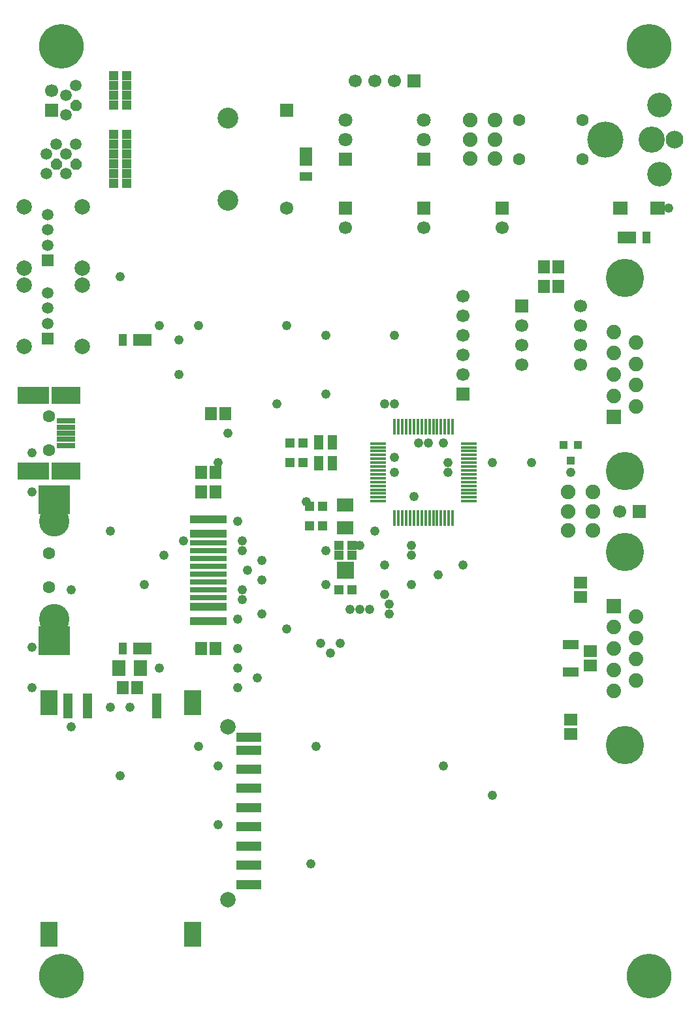
<source format=gbr>
G04 DipTrace 2.1.0.5*
%INTop Mask.gbr*%
%MOIN*%
%ADD10C,0.0098*%
%ADD11C,0.0055*%
%ADD12C,0.003*%
%ADD13C,0.05*%
%ADD14C,0.025*%
%ADD15C,0.01*%
%ADD16C,0.0125*%
%ADD17C,0.02*%
%ADD18C,0.1*%
%ADD19C,0.0013*%
%ADD20C,0.15*%
%ADD21C,0.0039*%
%ADD22R,0.0591X0.0591*%
%ADD23C,0.0591*%
%ADD24R,0.0433X0.0394*%
%ADD25R,0.0512X0.0591*%
%ADD26R,0.0591X0.0512*%
%ADD27R,0.0394X0.0433*%
%ADD28R,0.063X0.0709*%
%ADD29R,0.0886X0.0197*%
%ADD30R,0.1378X0.0807*%
%ADD31R,0.1535X0.0807*%
%ADD32C,0.0551*%
%ADD33C,0.0984*%
%ADD34R,0.0665X0.0665*%
%ADD35C,0.0665*%
%ADD36C,0.1874*%
%ADD37R,0.0748X0.0394*%
%ADD38R,0.0866X0.0551*%
%ADD39R,0.0354X0.0551*%
%ADD40C,0.0591*%
%ADD41C,0.0512*%
%ADD42R,0.1181X0.0433*%
%ADD43R,0.0787X0.1181*%
%ADD44R,0.0394X0.1181*%
%ADD45C,0.0709*%
%ADD46R,0.063X0.063*%
%ADD47C,0.063*%
%ADD48C,0.0142*%
%ADD49R,0.0315X0.0217*%
%ADD50C,0.06*%
%ADD51C,0.0669*%
%ADD52R,0.0512X0.0512*%
%ADD53C,0.0709*%
%ADD54R,0.0315X0.0512*%
%ADD55R,0.0512X0.0315*%
%ADD56R,0.0512X0.0236*%
%ADD57R,0.0138X0.0571*%
%ADD58C,0.0197*%
%ADD59R,0.0748X0.0098*%
%ADD60R,0.0098X0.0748*%
%ADD61R,0.0315X0.0354*%
%ADD62R,0.0669X0.0598*%
%ADD63C,0.0827*%
%ADD64C,0.1181*%
%ADD65C,0.126*%
%ADD66C,0.1772*%
%ADD67R,0.0394X0.0669*%
%ADD68R,0.0098X0.0472*%
%ADD69R,0.0472X0.0098*%
%ADD70R,0.0787X0.0787*%
%ADD71R,0.1811X0.0197*%
%ADD72R,0.1811X0.0315*%
%ADD73R,0.1535X0.1378*%
%ADD74C,0.1476*%
%ADD75R,0.0669X0.0394*%
%ADD76R,0.0394X0.0472*%
%ADD77C,0.22*%
%ADD78C,0.04*%
%ADD79C,0.0191*%
%ADD80C,0.0394*%
%ADD81C,0.0354*%
%ADD82C,0.0429*%
%ADD83C,0.1283*%
%ADD84C,0.038*%
%ADD85C,0.0315*%
%ADD86C,0.0276*%
%ADD87C,0.063*%
%ADD88C,0.0906*%
%ADD89C,0.1181*%
%ADD90C,0.128*%
%ADD91C,0.13*%
%ADD92C,0.0079*%
%ADD93C,0.0479*%
%ADD94C,0.0321*%
%ADD95C,0.2279*%
%ADD96C,0.2121*%
%ADD97R,0.0472X0.0551*%
%ADD98R,0.0315X0.0394*%
%ADD99R,0.0748X0.0472*%
%ADD100R,0.0591X0.0315*%
%ADD101C,0.1555*%
%ADD102C,0.1398*%
%ADD103R,0.1614X0.1457*%
%ADD104R,0.1457X0.1299*%
%ADD105R,0.189X0.0394*%
%ADD106R,0.1732X0.0236*%
%ADD107R,0.189X0.0276*%
%ADD108R,0.1732X0.0118*%
%ADD109R,0.0866X0.0866*%
%ADD110R,0.0709X0.0709*%
%ADD111R,0.0551X0.0177*%
%ADD112R,0.0394X0.002*%
%ADD113R,0.0177X0.0551*%
%ADD114R,0.002X0.0394*%
%ADD115R,0.0472X0.0748*%
%ADD116R,0.0315X0.0591*%
%ADD117C,0.185*%
%ADD118C,0.1693*%
%ADD119C,0.1339*%
%ADD120C,0.1102*%
%ADD121C,0.0906*%
%ADD122C,0.0748*%
%ADD123R,0.0748X0.0677*%
%ADD124R,0.0591X0.052*%
%ADD125R,0.0236X0.0276*%
%ADD126R,0.0177X0.0827*%
%ADD127R,0.002X0.0669*%
%ADD128R,0.0827X0.0177*%
%ADD129R,0.0669X0.002*%
%ADD130R,0.0217X0.065*%
%ADD131R,0.0059X0.0492*%
%ADD132R,0.0433X0.0157*%
%ADD133R,0.0591X0.0394*%
%ADD134R,0.0433X0.0236*%
%ADD135R,0.0394X0.0591*%
%ADD136R,0.0236X0.0433*%
%ADD137C,0.0787*%
%ADD138R,0.0433X0.0433*%
%ADD139C,0.0748*%
%ADD140C,0.0679*%
%ADD141C,0.0521*%
%ADD142R,0.0394X0.0295*%
%ADD143R,0.0236X0.0138*%
%ADD144R,0.0551X0.0551*%
%ADD145C,0.0787*%
%ADD146R,0.0472X0.126*%
%ADD147R,0.0315X0.1102*%
%ADD148R,0.0866X0.126*%
%ADD149R,0.0709X0.1102*%
%ADD150R,0.126X0.0512*%
%ADD151R,0.1102X0.0354*%
%ADD152C,0.0433*%
%ADD153C,0.0669*%
%ADD154C,0.0512*%
%ADD155R,0.0433X0.063*%
%ADD156R,0.0276X0.0472*%
%ADD157R,0.0945X0.063*%
%ADD158R,0.0787X0.0472*%
%ADD159R,0.0827X0.0472*%
%ADD160R,0.0669X0.0315*%
%ADD161C,0.1953*%
%ADD162C,0.1795*%
%ADD163C,0.0744*%
%ADD164C,0.0587*%
%ADD165R,0.0744X0.0744*%
%ADD166R,0.0587X0.0587*%
%ADD167C,0.1063*%
%ADD168C,0.0472*%
%ADD169R,0.1614X0.0886*%
%ADD170R,0.1457X0.0728*%
%ADD171R,0.1457X0.0886*%
%ADD172R,0.1299X0.0728*%
%ADD173R,0.0965X0.0276*%
%ADD174R,0.0807X0.0118*%
%ADD175R,0.0709X0.0787*%
%ADD176R,0.0551X0.063*%
%ADD177R,0.0472X0.0512*%
%ADD178R,0.0669X0.0591*%
%ADD179R,0.0512X0.0433*%
%ADD180R,0.0591X0.0669*%
%ADD181R,0.0433X0.0512*%
%ADD182R,0.0512X0.0472*%
%ADD183R,0.0354X0.0315*%
%ADD184R,0.0669X0.0669*%
%ADD185C,0.0093*%
%ADD186C,0.0077*%
%ADD187C,0.0154*%
%ADD188C,0.0062*%
%ADD189C,0.0124*%
%FSLAX44Y44*%
%SFA1B1*%
%OFA0B0*%
G04*
G70*
G90*
G75*
G01*
%LNTopMask*%
%LPD*%
D93*
X19000Y22250D3*
X5500Y37000D3*
Y11500D3*
X13500Y30500D3*
X16000Y34000D3*
X22250Y27500D3*
X22000Y28500D3*
X19500Y27750D3*
X16000Y31000D3*
X20750Y28500D3*
X14000Y19000D3*
X1000Y16000D3*
Y26000D3*
Y18067D3*
X9500Y13000D3*
X11500Y16000D3*
X5000Y24000D3*
X23000Y22250D3*
X19000D3*
X8500Y32000D3*
Y33750D3*
X26500Y27500D3*
X24500D3*
X19000Y30500D3*
X19500D3*
X8750Y23500D3*
X18500Y24000D3*
X28500Y27000D3*
X3000Y14000D3*
X7500Y17000D3*
X22250Y27000D3*
X21250Y28500D3*
X19500Y27000D3*
X10500Y9000D3*
Y12000D3*
X1000Y28000D3*
X11500Y18000D3*
X12500Y16500D3*
X15000Y25500D3*
X33500Y40500D3*
X14165Y27500D3*
X10500D3*
X3000Y21000D3*
X20375Y21250D3*
X11500Y19500D3*
Y24500D3*
X18250Y20000D3*
X19000Y20750D3*
X17250Y20000D3*
X17750D3*
X20375Y22750D3*
Y23250D3*
X21750Y21750D3*
X11750Y23000D3*
Y23500D3*
X16250Y17750D3*
X15750Y18250D3*
X16750D3*
X11750Y20500D3*
Y21000D3*
X12750Y21500D3*
Y22500D3*
X12000Y22000D3*
X12750Y19750D3*
Y21500D3*
X12000Y22000D3*
X16000Y23000D3*
Y21250D3*
X17750Y23250D3*
X7500Y34500D3*
X9500D3*
X14000D3*
X19500Y34000D3*
X11000Y29000D3*
X6750Y21250D3*
X11000Y29000D3*
X6000Y15000D3*
X15250Y7000D3*
X22000Y12000D3*
X24500Y10500D3*
X15500Y13000D3*
X5000Y15000D3*
X19250Y20250D3*
X11500Y17000D3*
X19250Y19750D3*
X7755Y22750D3*
X20500Y25750D3*
D184*
X17000Y40492D3*
D51*
Y39508D3*
D184*
X21000Y40492D3*
D51*
Y39508D3*
D184*
X25000Y40492D3*
D51*
Y39508D3*
D182*
X15165Y24250D3*
X15835D3*
X15165Y25250D3*
X15835D3*
D180*
X5626Y16000D3*
X6374D3*
D182*
X14165Y28500D3*
X14835D3*
X14165Y27500D3*
X14835D3*
D173*
X2750Y29630D3*
Y29000D3*
Y29315D3*
Y28685D3*
D171*
Y27061D3*
Y30939D3*
D169*
X1077D3*
Y27061D3*
D173*
X2750Y28370D3*
D47*
X1875Y29866D3*
Y28134D3*
D167*
X11000Y45087D3*
Y40913D3*
D175*
X5449Y17000D3*
X6551D3*
D165*
X30711Y20181D3*
D163*
Y19091D3*
Y18000D3*
Y16909D3*
Y15819D3*
X31829Y19636D3*
Y18545D3*
Y17455D3*
Y16364D3*
D161*
X31270Y22919D3*
Y13081D3*
D165*
X30711Y29819D3*
D163*
Y30909D3*
Y32000D3*
Y33091D3*
Y34181D3*
X31829Y30364D3*
Y31455D3*
Y32545D3*
Y33636D3*
D161*
X31270Y36919D3*
Y27081D3*
D159*
X28500Y18209D3*
Y16791D3*
D157*
X6630Y18000D3*
D155*
X5626D3*
G36*
X14685Y42657D2*
Y43602D1*
X15315D1*
Y42657D1*
X14685D1*
G37*
G36*
Y41909D2*
Y42343D1*
X15315D1*
Y41909D1*
X14685D1*
G37*
D157*
X31370Y39000D3*
D155*
X32374D3*
D184*
X2000Y45500D3*
D153*
Y46500D3*
D23*
X2750Y45250D3*
G36*
X3526Y45865D2*
Y45636D1*
X3364Y45475D1*
X3136D1*
X2974Y45636D1*
Y45865D1*
X3136Y46026D1*
X3364D1*
X3526Y45865D1*
G37*
D23*
X2750Y46250D3*
X3250Y46750D3*
X2750Y42250D3*
G36*
X3526Y42865D2*
Y42636D1*
X3364Y42475D1*
X3136D1*
X2974Y42636D1*
Y42865D1*
X3136Y43026D1*
X3364D1*
X3526Y42865D1*
G37*
D23*
X2750Y43250D3*
X3250Y43750D3*
X1750Y42250D3*
G36*
X2526Y42865D2*
Y42636D1*
X2364Y42475D1*
X2136D1*
X1974Y42636D1*
Y42865D1*
X2136Y43026D1*
X2364D1*
X2526Y42865D1*
G37*
D23*
X1750Y43250D3*
X2250Y43750D3*
D47*
X1875Y21134D3*
Y22866D3*
D150*
X12063Y13469D3*
Y12799D3*
Y11844D3*
Y10860D3*
Y9876D3*
Y8892D3*
Y7907D3*
Y6923D3*
Y5939D3*
D148*
X9209Y15220D3*
Y3409D3*
D146*
X7378Y15063D3*
X3854D3*
X2831D3*
D148*
X1866Y15220D3*
Y3409D3*
D145*
X11000Y14000D3*
Y5181D3*
D184*
X23000Y31000D3*
D51*
Y32000D3*
Y33000D3*
Y34000D3*
Y35000D3*
Y36000D3*
D110*
X21000Y43000D3*
D45*
Y44000D3*
Y45000D3*
D110*
X17000Y43000D3*
D45*
Y44000D3*
Y45000D3*
D184*
X26000Y35500D3*
D153*
Y34500D3*
Y33500D3*
Y32500D3*
X29000D3*
Y33500D3*
Y34500D3*
Y35500D3*
D180*
X9626Y26000D3*
X10374D3*
D178*
X29000Y20626D3*
Y21374D3*
D182*
X5835Y47250D3*
X5165D3*
D140*
X14000Y40500D3*
G36*
X14339Y45839D2*
Y45161D1*
X13661D1*
Y45839D1*
X14339D1*
G37*
D182*
X5835Y43250D3*
X5165D3*
X5835Y45750D3*
X5165D3*
D178*
X28500Y14374D3*
Y13626D3*
X29500Y17874D3*
Y17126D3*
D182*
X5835Y43750D3*
X5165D3*
X5835Y44250D3*
X5165D3*
X5835Y42750D3*
X5165D3*
X5835Y46250D3*
X5165D3*
X5835Y46750D3*
X5165D3*
X5835Y42250D3*
X5165D3*
X5835Y41750D3*
X5165D3*
D180*
X27126Y36500D3*
X27874D3*
X27126Y37500D3*
X27874D3*
X10126Y30000D3*
X10874D3*
D139*
X28370Y24016D3*
Y25000D3*
Y25984D3*
X29630D3*
Y25000D3*
Y24016D3*
D23*
X1800Y40181D3*
Y39394D3*
Y38606D3*
D22*
Y37819D3*
D137*
X619Y40575D3*
X3572D3*
X619Y37425D3*
X3572D3*
D23*
X1800Y36181D3*
Y35394D3*
Y34606D3*
D22*
Y33819D3*
D137*
X619Y36575D3*
X3572D3*
X619Y33425D3*
X3572D3*
G36*
X17413Y24514D2*
Y23844D1*
X16587D1*
Y24514D1*
X17413D1*
G37*
G36*
Y25656D2*
Y24986D1*
X16587D1*
Y25656D1*
X17413D1*
G37*
D139*
X24630Y44984D3*
Y44000D3*
Y43016D3*
X23370D3*
Y44000D3*
Y44984D3*
D184*
X32000Y25000D3*
D153*
X31000D3*
D128*
X23323Y25524D3*
Y25720D3*
Y25917D3*
Y26114D3*
Y26311D3*
Y26508D3*
Y26705D3*
Y26902D3*
Y27098D3*
Y27295D3*
Y27492D3*
Y27689D3*
Y27886D3*
Y28083D3*
Y28280D3*
Y28476D3*
D126*
X22476Y29323D3*
X22280D3*
X22083D3*
X21886D3*
X21689D3*
X21492D3*
X21295D3*
X21098D3*
X20902D3*
X20705D3*
X20508D3*
X20311D3*
X20114D3*
X19917D3*
X19720D3*
X19524D3*
D128*
X18677Y28476D3*
Y28280D3*
Y28083D3*
Y27886D3*
Y27689D3*
Y27492D3*
Y27295D3*
Y27098D3*
Y26902D3*
Y26705D3*
Y26508D3*
Y26311D3*
Y26114D3*
Y25917D3*
Y25720D3*
Y25524D3*
D126*
X19524Y24677D3*
X19720D3*
X19917D3*
X20114D3*
X20311D3*
X20508D3*
X20705D3*
X20902D3*
X21098D3*
X21295D3*
X21492D3*
X21689D3*
X21886D3*
X22083D3*
X22280D3*
X22476D3*
D27*
X28500Y27606D3*
X28874Y28394D3*
X28126D3*
D157*
X6630Y33750D3*
D155*
X5626D3*
D123*
X31055Y40500D3*
X32945D3*
D47*
X25886Y42996D3*
Y45004D3*
X29114Y42996D3*
Y45004D3*
D121*
X33819Y44000D3*
D65*
X33031Y45772D3*
Y42228D3*
D119*
X32638Y44000D3*
D117*
X30276D3*
D184*
X20500Y47000D3*
D153*
X19500D3*
X18500D3*
X17500D3*
D115*
X15646Y28531D3*
Y27469D3*
X16354D3*
Y28531D3*
D109*
X17000Y22000D3*
D107*
X10000Y23406D3*
Y23004D3*
Y22602D3*
Y22201D3*
Y21799D3*
Y21398D3*
Y20996D3*
Y20594D3*
D105*
Y20122D3*
Y23878D3*
Y24602D3*
Y19398D3*
D103*
X2157Y18390D3*
Y25610D3*
D101*
Y24500D3*
Y19500D3*
D180*
X9626Y18000D3*
X10374D3*
X9626Y27000D3*
X10374D3*
D182*
X16665Y23250D3*
X17335D3*
X16665Y22750D3*
X17335D3*
X16665Y21000D3*
X17335D3*
D95*
X2500Y1250D3*
X32500D3*
X2500Y48750D3*
X32500D3*
M02*

</source>
